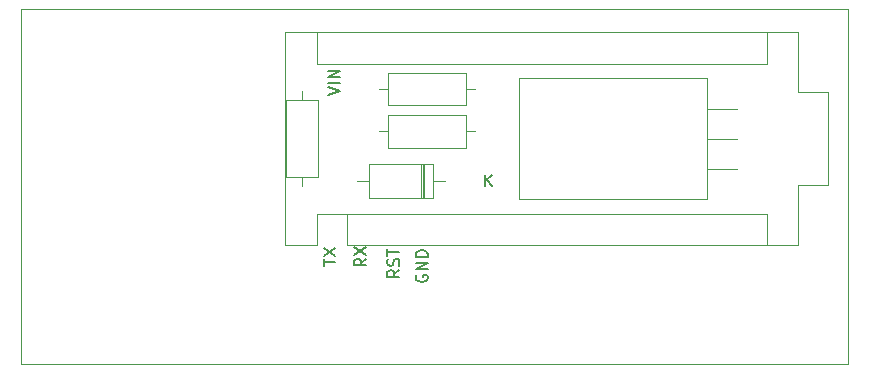
<source format=gbr>
%TF.GenerationSoftware,KiCad,Pcbnew,(6.0.7-1)-1*%
%TF.CreationDate,2022-08-20T21:08:27+02:00*%
%TF.ProjectId,Open-Ventilation,4f70656e-2d56-4656-9e74-696c6174696f,rev?*%
%TF.SameCoordinates,Original*%
%TF.FileFunction,Legend,Top*%
%TF.FilePolarity,Positive*%
%FSLAX46Y46*%
G04 Gerber Fmt 4.6, Leading zero omitted, Abs format (unit mm)*
G04 Created by KiCad (PCBNEW (6.0.7-1)-1) date 2022-08-20 21:08:27*
%MOMM*%
%LPD*%
G01*
G04 APERTURE LIST*
%TA.AperFunction,Profile*%
%ADD10C,0.100000*%
%TD*%
%ADD11C,0.150000*%
%ADD12C,0.120000*%
G04 APERTURE END LIST*
D10*
X100250000Y-52250000D02*
X170250000Y-52250000D01*
X170250000Y-52250000D02*
X170250000Y-82250000D01*
X170250000Y-82250000D02*
X100250000Y-82250000D01*
X100250000Y-82250000D02*
X100250000Y-52250000D01*
D11*
X129452380Y-73366666D02*
X128976190Y-73700000D01*
X129452380Y-73938095D02*
X128452380Y-73938095D01*
X128452380Y-73557142D01*
X128500000Y-73461904D01*
X128547619Y-73414285D01*
X128642857Y-73366666D01*
X128785714Y-73366666D01*
X128880952Y-73414285D01*
X128928571Y-73461904D01*
X128976190Y-73557142D01*
X128976190Y-73938095D01*
X128452380Y-73033333D02*
X129452380Y-72366666D01*
X128452380Y-72366666D02*
X129452380Y-73033333D01*
X125852380Y-73961904D02*
X125852380Y-73390476D01*
X126852380Y-73676190D02*
X125852380Y-73676190D01*
X125852380Y-73152380D02*
X126852380Y-72485714D01*
X125852380Y-72485714D02*
X126852380Y-73152380D01*
X126252380Y-59495238D02*
X127252380Y-59161904D01*
X126252380Y-58828571D01*
X127252380Y-58495238D02*
X126252380Y-58495238D01*
X127252380Y-58019047D02*
X126252380Y-58019047D01*
X127252380Y-57447619D01*
X126252380Y-57447619D01*
X132252380Y-74347619D02*
X131776190Y-74680952D01*
X132252380Y-74919047D02*
X131252380Y-74919047D01*
X131252380Y-74538095D01*
X131300000Y-74442857D01*
X131347619Y-74395238D01*
X131442857Y-74347619D01*
X131585714Y-74347619D01*
X131680952Y-74395238D01*
X131728571Y-74442857D01*
X131776190Y-74538095D01*
X131776190Y-74919047D01*
X132204761Y-73966666D02*
X132252380Y-73823809D01*
X132252380Y-73585714D01*
X132204761Y-73490476D01*
X132157142Y-73442857D01*
X132061904Y-73395238D01*
X131966666Y-73395238D01*
X131871428Y-73442857D01*
X131823809Y-73490476D01*
X131776190Y-73585714D01*
X131728571Y-73776190D01*
X131680952Y-73871428D01*
X131633333Y-73919047D01*
X131538095Y-73966666D01*
X131442857Y-73966666D01*
X131347619Y-73919047D01*
X131300000Y-73871428D01*
X131252380Y-73776190D01*
X131252380Y-73538095D01*
X131300000Y-73395238D01*
X131252380Y-73109523D02*
X131252380Y-72538095D01*
X132252380Y-72823809D02*
X131252380Y-72823809D01*
X133700000Y-74761904D02*
X133652380Y-74857142D01*
X133652380Y-75000000D01*
X133700000Y-75142857D01*
X133795238Y-75238095D01*
X133890476Y-75285714D01*
X134080952Y-75333333D01*
X134223809Y-75333333D01*
X134414285Y-75285714D01*
X134509523Y-75238095D01*
X134604761Y-75142857D01*
X134652380Y-75000000D01*
X134652380Y-74904761D01*
X134604761Y-74761904D01*
X134557142Y-74714285D01*
X134223809Y-74714285D01*
X134223809Y-74904761D01*
X134652380Y-74285714D02*
X133652380Y-74285714D01*
X134652380Y-73714285D01*
X133652380Y-73714285D01*
X134652380Y-73238095D02*
X133652380Y-73238095D01*
X133652380Y-73000000D01*
X133700000Y-72857142D01*
X133795238Y-72761904D01*
X133890476Y-72714285D01*
X134080952Y-72666666D01*
X134223809Y-72666666D01*
X134414285Y-72714285D01*
X134509523Y-72761904D01*
X134604761Y-72857142D01*
X134652380Y-73000000D01*
X134652380Y-73238095D01*
%TO.C,D1*%
X139538095Y-67252380D02*
X139538095Y-66252380D01*
X140109523Y-67252380D02*
X139680952Y-66680952D01*
X140109523Y-66252380D02*
X139538095Y-66823809D01*
D12*
%TO.C,U2*%
X168587000Y-59263000D02*
X166047000Y-59263000D01*
X125280000Y-56850000D02*
X163380000Y-56850000D01*
X127820000Y-69550000D02*
X163380000Y-69550000D01*
X122613000Y-54183000D02*
X122613000Y-72217000D01*
X163380000Y-69550000D02*
X163380000Y-72220000D01*
X127820000Y-69550000D02*
X125280000Y-69550000D01*
X168587000Y-67137000D02*
X166047000Y-67137000D01*
X166047000Y-72217000D02*
X166047000Y-67137000D01*
X127820000Y-69550000D02*
X127820000Y-72217000D01*
X122613000Y-72217000D02*
X125280000Y-72217000D01*
X166047000Y-59263000D02*
X166047000Y-54183000D01*
X127820000Y-72217000D02*
X166047000Y-72217000D01*
X163380000Y-56850000D02*
X163380000Y-54180000D01*
X166047000Y-54183000D02*
X122613000Y-54183000D01*
X125280000Y-56850000D02*
X125280000Y-54180000D01*
X125280000Y-69550000D02*
X125280000Y-72217000D01*
X168587000Y-67137000D02*
X168587000Y-59263000D01*
%TO.C,R1*%
X125370000Y-66470000D02*
X125370000Y-59930000D01*
X122630000Y-66470000D02*
X125370000Y-66470000D01*
X124000000Y-67240000D02*
X124000000Y-66470000D01*
X122630000Y-59930000D02*
X122630000Y-66470000D01*
X125370000Y-59930000D02*
X122630000Y-59930000D01*
X124000000Y-59160000D02*
X124000000Y-59930000D01*
%TO.C,Q1*%
X158310000Y-60660000D02*
X160850000Y-60660000D01*
X142420000Y-58080000D02*
X158310000Y-58080000D01*
X158310000Y-65740000D02*
X160850000Y-65740000D01*
X158310000Y-68320000D02*
X158310000Y-58080000D01*
X158310000Y-63200000D02*
X160850000Y-63200000D01*
X142420000Y-68320000D02*
X158310000Y-68320000D01*
X142420000Y-68320000D02*
X142420000Y-58080000D01*
%TO.C,R2*%
X131330000Y-61230000D02*
X131330000Y-63970000D01*
X130560000Y-62600000D02*
X131330000Y-62600000D01*
X131330000Y-63970000D02*
X137870000Y-63970000D01*
X138640000Y-62600000D02*
X137870000Y-62600000D01*
X137870000Y-61230000D02*
X131330000Y-61230000D01*
X137870000Y-63970000D02*
X137870000Y-61230000D01*
%TO.C,D1*%
X136140000Y-66800000D02*
X135120000Y-66800000D01*
X128660000Y-66800000D02*
X129680000Y-66800000D01*
X134100000Y-68270000D02*
X134100000Y-65330000D01*
X134340000Y-68270000D02*
X134340000Y-65330000D01*
X129680000Y-68270000D02*
X135120000Y-68270000D01*
X135120000Y-65330000D02*
X129680000Y-65330000D01*
X134220000Y-68270000D02*
X134220000Y-65330000D01*
X129680000Y-65330000D02*
X129680000Y-68270000D01*
X135120000Y-68270000D02*
X135120000Y-65330000D01*
%TO.C,R3*%
X137870000Y-57630000D02*
X131330000Y-57630000D01*
X131330000Y-57630000D02*
X131330000Y-60370000D01*
X137870000Y-60370000D02*
X137870000Y-57630000D01*
X138640000Y-59000000D02*
X137870000Y-59000000D01*
X131330000Y-60370000D02*
X137870000Y-60370000D01*
X130560000Y-59000000D02*
X131330000Y-59000000D01*
%TD*%
M02*

</source>
